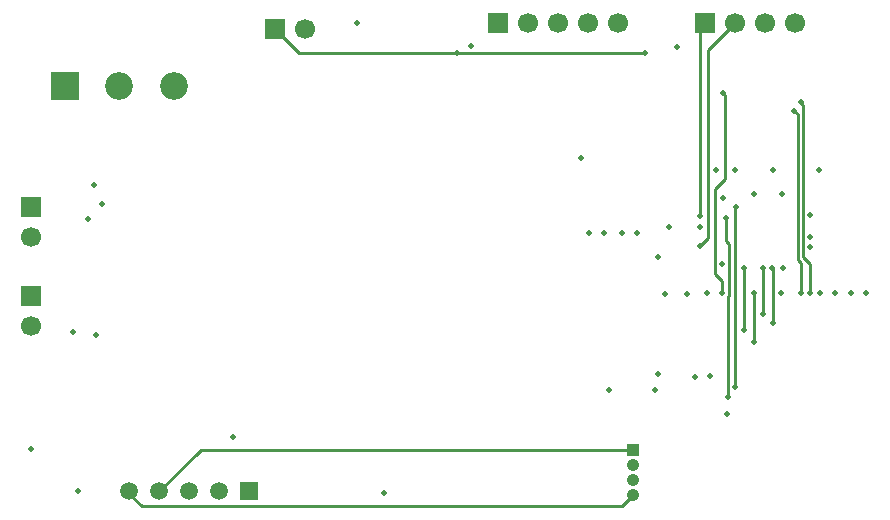
<source format=gbl>
G04*
G04 #@! TF.GenerationSoftware,Altium Limited,Altium Designer,20.1.14 (287)*
G04*
G04 Layer_Physical_Order=4*
G04 Layer_Color=16711680*
%FSLAX25Y25*%
%MOIN*%
G70*
G04*
G04 #@! TF.SameCoordinates,90A7C2A2-6745-46E1-82FD-39DD7986B322*
G04*
G04*
G04 #@! TF.FilePolarity,Positive*
G04*
G01*
G75*
%ADD11C,0.01000*%
%ADD63C,0.04200*%
%ADD64R,0.04200X0.04200*%
%ADD65R,0.06693X0.06693*%
%ADD66C,0.06693*%
%ADD67R,0.06693X0.06693*%
%ADD68C,0.09252*%
%ADD69R,0.09252X0.09252*%
%ADD70R,0.05906X0.05906*%
%ADD71C,0.05906*%
%ADD72C,0.02000*%
D11*
X149350Y154000D02*
X211990D01*
X96490D02*
X149350D01*
X88490Y162000D02*
X96490Y154000D01*
X40090Y6900D02*
Y7700D01*
Y6900D02*
X44190Y2800D01*
X204290D02*
X208090Y6600D01*
X44190Y2800D02*
X204290D01*
X63990Y21600D02*
X208090D01*
X50090Y7700D02*
X63990Y21600D01*
X238890Y91236D02*
X240090Y90036D01*
Y73047D02*
Y90036D01*
X239589Y72546D02*
X240090Y73047D01*
X239589Y39284D02*
Y72546D01*
Y39284D02*
X239681Y39191D01*
X241890Y42565D02*
Y102200D01*
X241889Y42564D02*
X241890Y42565D01*
Y102200D02*
X242190Y102500D01*
X264690Y85700D02*
X266890Y83500D01*
X263890Y137229D02*
X264690Y136429D01*
Y85700D02*
Y136429D01*
X230390Y162500D02*
X231890Y164000D01*
X230343Y99848D02*
X230390Y99895D01*
X230343Y99822D02*
Y99848D01*
Y99822D02*
X230390Y99775D01*
Y99895D02*
Y162500D01*
X232890Y155000D02*
X241890Y164000D01*
X232890Y92200D02*
Y155000D01*
X230190Y89500D02*
X232890Y92200D01*
X261690Y134650D02*
X262890Y133450D01*
Y84954D02*
Y133450D01*
Y84954D02*
X263890Y83954D01*
Y137229D02*
Y137500D01*
X235190Y108522D02*
X238501Y111833D01*
Y139889D01*
X237890Y140500D02*
X238501Y139889D01*
X235190Y80314D02*
X237790Y77714D01*
X235190Y80314D02*
Y108522D01*
X248237Y57653D02*
Y58219D01*
X248192Y58263D02*
X248237Y58219D01*
X248192Y58263D02*
Y74000D01*
X254390Y82200D02*
X254490Y82100D01*
Y63900D02*
Y82100D01*
X251390Y66800D02*
Y82200D01*
X245090Y61400D02*
Y82200D01*
X263890Y74000D02*
Y83954D01*
X266890Y74000D02*
Y83500D01*
X237790Y74000D02*
Y77714D01*
X238890Y91236D02*
Y99000D01*
D63*
X208090Y11600D02*
D03*
Y6600D02*
D03*
Y16600D02*
D03*
D64*
Y21600D02*
D03*
D65*
X7390Y102500D02*
D03*
Y73000D02*
D03*
D66*
Y92500D02*
D03*
X172890Y164000D02*
D03*
X182890D02*
D03*
X192890D02*
D03*
X202890D02*
D03*
X241890D02*
D03*
X251890D02*
D03*
X261890D02*
D03*
X98490Y162000D02*
D03*
X7390Y63000D02*
D03*
D67*
X162890Y164000D02*
D03*
X231890D02*
D03*
X88490Y162000D02*
D03*
D68*
X54890Y143000D02*
D03*
X36779D02*
D03*
D69*
X18669D02*
D03*
D70*
X80090Y7700D02*
D03*
D71*
X70090Y7700D02*
D03*
X60090Y7700D02*
D03*
X50090D02*
D03*
X40090Y7700D02*
D03*
D72*
X149350Y154000D02*
D03*
X211990D02*
D03*
X23090Y7700D02*
D03*
X74490Y25700D02*
D03*
X225990Y73500D02*
D03*
X199890Y41500D02*
D03*
X215390D02*
D03*
X228690Y46000D02*
D03*
X241889Y42564D02*
D03*
X239681Y39191D02*
D03*
X233590Y46100D02*
D03*
X190690Y118900D02*
D03*
X242190Y102500D02*
D03*
X245090Y61400D02*
D03*
X248237Y57653D02*
D03*
X248192Y74000D02*
D03*
X269890Y114800D02*
D03*
X216290Y47000D02*
D03*
X124921Y7100D02*
D03*
X115890Y163900D02*
D03*
X218790Y73500D02*
D03*
X254490Y63900D02*
D03*
X251390Y66800D02*
D03*
X261690Y134650D02*
D03*
X263890Y137500D02*
D03*
X270390Y74000D02*
D03*
X266890D02*
D03*
X263890D02*
D03*
X254390Y82200D02*
D03*
X257890D02*
D03*
X257390Y74000D02*
D03*
X251390Y82200D02*
D03*
X237890Y140500D02*
D03*
X230190Y99478D02*
D03*
Y89500D02*
D03*
X219890Y96000D02*
D03*
X237790Y74000D02*
D03*
X239390Y33500D02*
D03*
X238890Y99000D02*
D03*
X209390Y94000D02*
D03*
X204390D02*
D03*
X198390D02*
D03*
X193390D02*
D03*
X153890Y156300D02*
D03*
X222690Y156000D02*
D03*
X267090Y99700D02*
D03*
Y89300D02*
D03*
Y92400D02*
D03*
X216390Y85811D02*
D03*
X275390Y74000D02*
D03*
X232490D02*
D03*
X237790Y83500D02*
D03*
X230190Y96000D02*
D03*
X237990Y105500D02*
D03*
X235590Y114800D02*
D03*
X241890D02*
D03*
X254490D02*
D03*
X257690Y106900D02*
D03*
X248190D02*
D03*
X245090Y82200D02*
D03*
X21390Y61000D02*
D03*
X28890Y60000D02*
D03*
X285590Y74000D02*
D03*
X280490D02*
D03*
X7190Y22000D02*
D03*
X30890Y103500D02*
D03*
X26390Y98500D02*
D03*
X28390Y110000D02*
D03*
M02*

</source>
